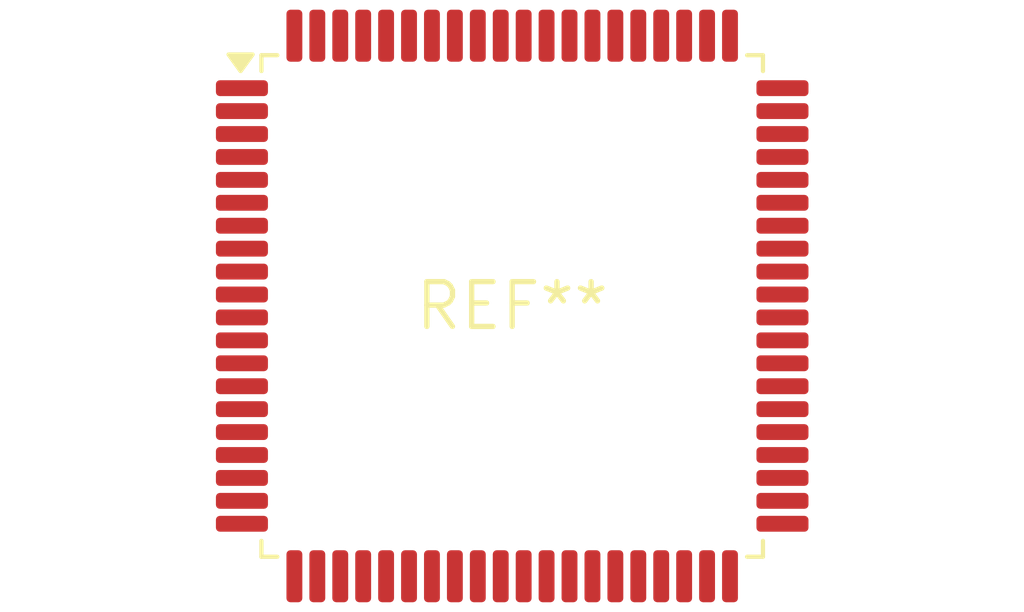
<source format=kicad_pcb>
(kicad_pcb (version 20240108) (generator pcbnew)
  (layers (0 "F.Cu" signal) (31 "B.Cu" signal) (34 "B.Paste" user) (35 "F.Paste" user) (36 "B.SilkS" user "B.Silkscreen") (37 "F.SilkS" user "F.Silkscreen") (38 "B.Mask" user) (39 "F.Mask" user) (44 "Edge.Cuts" user))
  (net 0 "")
  (footprint "VQFP-80_14x14mm_P0.65mm" (layer "F.Cu") (at 0 0)
    (property "Reference" "REF**")
    (property "Value" "VQFP-80_14x14mm_P0.65mm")
    (fp_line (start -7.11 -7.11) (end -7.11 -6.66) (layer "F.SilkS") (stroke (width 0.12)))
    (fp_line (start -7.11 7.11) (end -7.11 6.66) (layer "F.SilkS") (stroke (width 0.12)))
    (fp_line (start -6.66 -7.11) (end -7.11 -7.11) (layer "F.SilkS") (stroke (width 0.12)))
    (fp_line (start -6.66 7.11) (end -7.11 7.11) (layer "F.SilkS") (stroke (width 0.12)))
    (fp_line (start 6.66 -7.11) (end 7.11 -7.11) (layer "F.SilkS") (stroke (width 0.12)))
    (fp_line (start 6.66 7.11) (end 7.11 7.11) (layer "F.SilkS") (stroke (width 0.12)))
    (fp_line (start 7.11 -7.11) (end 7.11 -6.66) (layer "F.SilkS") (stroke (width 0.12)))
    (fp_line (start 7.11 7.11) (end 7.11 6.66) (layer "F.SilkS") (stroke (width 0.12)))
    (fp_poly (pts (xy -7.7 -6.66) (xy -8.04 -7.13) (xy -7.36 -7.13) (xy -7.7 -6.66)) (layer "F.SilkS") (stroke (width 0.12)) (fill solid))
    (pad "1" smd roundrect (at -7.6625 -6.175) (size 1.475 0.45) (layers "F.Cu" "F.Paste" "F.Mask"))
    (pad "2" smd roundrect (at -7.6625 -5.525) (size 1.475 0.45) (layers "F.Cu" "F.Paste" "F.Mask"))
    (pad "3" smd roundrect (at -7.6625 -4.875) (size 1.475 0.45) (layers "F.Cu" "F.Paste" "F.Mask"))
    (pad "4" smd roundrect (at -7.6625 -4.225) (size 1.475 0.45) (layers "F.Cu" "F.Paste" "F.Mask"))
    (pad "5" smd roundrect (at -7.6625 -3.575) (size 1.475 0.45) (layers "F.Cu" "F.Paste" "F.Mask"))
    (pad "6" smd roundrect (at -7.6625 -2.925) (size 1.475 0.45) (layers "F.Cu" "F.Paste" "F.Mask"))
    (pad "7" smd roundrect (at -7.6625 -2.275) (size 1.475 0.45) (layers "F.Cu" "F.Paste" "F.Mask"))
    (pad "8" smd roundrect (at -7.6625 -1.625) (size 1.475 0.45) (layers "F.Cu" "F.Paste" "F.Mask"))
    (pad "9" smd roundrect (at -7.6625 -0.975) (size 1.475 0.45) (layers "F.Cu" "F.Paste" "F.Mask"))
    (pad "10" smd roundrect (at -7.6625 -0.325) (size 1.475 0.45) (layers "F.Cu" "F.Paste" "F.Mask"))
    (pad "11" smd roundrect (at -7.6625 0.325) (size 1.475 0.45) (layers "F.Cu" "F.Paste" "F.Mask"))
    (pad "12" smd roundrect (at -7.6625 0.975) (size 1.475 0.45) (layers "F.Cu" "F.Paste" "F.Mask"))
    (pad "13" smd roundrect (at -7.6625 1.625) (size 1.475 0.45) (layers "F.Cu" "F.Paste" "F.Mask"))
    (pad "14" smd roundrect (at -7.6625 2.275) (size 1.475 0.45) (layers "F.Cu" "F.Paste" "F.Mask"))
    (pad "15" smd roundrect (at -7.6625 2.925) (size 1.475 0.45) (layers "F.Cu" "F.Paste" "F.Mask"))
    (pad "16" smd roundrect (at -7.6625 3.575) (size 1.475 0.45) (layers "F.Cu" "F.Paste" "F.Mask"))
    (pad "17" smd roundrect (at -7.6625 4.225) (size 1.475 0.45) (layers "F.Cu" "F.Paste" "F.Mask"))
    (pad "18" smd roundrect (at -7.6625 4.875) (size 1.475 0.45) (layers "F.Cu" "F.Paste" "F.Mask"))
    (pad "19" smd roundrect (at -7.6625 5.525) (size 1.475 0.45) (layers "F.Cu" "F.Paste" "F.Mask"))
    (pad "20" smd roundrect (at -7.6625 6.175) (size 1.475 0.45) (layers "F.Cu" "F.Paste" "F.Mask"))
    (pad "21" smd roundrect (at -6.175 7.6625) (size 0.45 1.475) (layers "F.Cu" "F.Paste" "F.Mask"))
    (pad "22" smd roundrect (at -5.525 7.6625) (size 0.45 1.475) (layers "F.Cu" "F.Paste" "F.Mask"))
    (pad "23" smd roundrect (at -4.875 7.6625) (size 0.45 1.475) (layers "F.Cu" "F.Paste" "F.Mask"))
    (pad "24" smd roundrect (at -4.225 7.6625) (size 0.45 1.475) (layers "F.Cu" "F.Paste" "F.Mask"))
    (pad "25" smd roundrect (at -3.575 7.6625) (size 0.45 1.475) (layers "F.Cu" "F.Paste" "F.Mask"))
    (pad "26" smd roundrect (at -2.925 7.6625) (size 0.45 1.475) (layers "F.Cu" "F.Paste" "F.Mask"))
    (pad "27" smd roundrect (at -2.275 7.6625) (size 0.45 1.475) (layers "F.Cu" "F.Paste" "F.Mask"))
    (pad "28" smd roundrect (at -1.625 7.6625) (size 0.45 1.475) (layers "F.Cu" "F.Paste" "F.Mask"))
    (pad "29" smd roundrect (at -0.975 7.6625) (size 0.45 1.475) (layers "F.Cu" "F.Paste" "F.Mask"))
    (pad "30" smd roundrect (at -0.325 7.6625) (size 0.45 1.475) (layers "F.Cu" "F.Paste" "F.Mask"))
    (pad "31" smd roundrect (at 0.325 7.6625) (size 0.45 1.475) (layers "F.Cu" "F.Paste" "F.Mask"))
    (pad "32" smd roundrect (at 0.975 7.6625) (size 0.45 1.475) (layers "F.Cu" "F.Paste" "F.Mask"))
    (pad "33" smd roundrect (at 1.625 7.6625) (size 0.45 1.475) (layers "F.Cu" "F.Paste" "F.Mask"))
    (pad "34" smd roundrect (at 2.275 7.6625) (size 0.45 1.475) (layers "F.Cu" "F.Paste" "F.Mask"))
    (pad "35" smd roundrect (at 2.925 7.6625) (size 0.45 1.475) (layers "F.Cu" "F.Paste" "F.Mask"))
    (pad "36" smd roundrect (at 3.575 7.6625) (size 0.45 1.475) (layers "F.Cu" "F.Paste" "F.Mask"))
    (pad "37" smd roundrect (at 4.225 7.6625) (size 0.45 1.475) (layers "F.Cu" "F.Paste" "F.Mask"))
    (pad "38" smd roundrect (at 4.875 7.6625) (size 0.45 1.475) (layers "F.Cu" "F.Paste" "F.Mask"))
    (pad "39" smd roundrect (at 5.525 7.6625) (size 0.45 1.475) (layers "F.Cu" "F.Paste" "F.Mask"))
    (pad "40" smd roundrect (at 6.175 7.6625) (size 0.45 1.475) (layers "F.Cu" "F.Paste" "F.Mask"))
    (pad "41" smd roundrect (at 7.6625 6.175) (size 1.475 0.45) (layers "F.Cu" "F.Paste" "F.Mask"))
    (pad "42" smd roundrect (at 7.6625 5.525) (size 1.475 0.45) (layers "F.Cu" "F.Paste" "F.Mask"))
    (pad "43" smd roundrect (at 7.6625 4.875) (size 1.475 0.45) (layers "F.Cu" "F.Paste" "F.Mask"))
    (pad "44" smd roundrect (at 7.6625 4.225) (size 1.475 0.45) (layers "F.Cu" "F.Paste" "F.Mask"))
    (pad "45" smd roundrect (at 7.6625 3.575) (size 1.475 0.45) (layers "F.Cu" "F.Paste" "F.Mask"))
    (pad "46" smd roundrect (at 7.6625 2.925) (size 1.475 0.45) (layers "F.Cu" "F.Paste" "F.Mask"))
    (pad "47" smd roundrect (at 7.6625 2.275) (size 1.475 0.45) (layers "F.Cu" "F.Paste" "F.Mask"))
    (pad "48" smd roundrect (at 7.6625 1.625) (size 1.475 0.45) (layers "F.Cu" "F.Paste" "F.Mask"))
    (pad "49" smd roundrect (at 7.6625 0.975) (size 1.475 0.45) (layers "F.Cu" "F.Paste" "F.Mask"))
    (pad "50" smd roundrect (at 7.6625 0.325) (size 1.475 0.45) (layers "F.Cu" "F.Paste" "F.Mask"))
    (pad "51" smd roundrect (at 7.6625 -0.325) (size 1.475 0.45) (layers "F.Cu" "F.Paste" "F.Mask"))
    (pad "52" smd roundrect (at 7.6625 -0.975) (size 1.475 0.45) (layers "F.Cu" "F.Paste" "F.Mask"))
    (pad "53" smd roundrect (at 7.6625 -1.625) (size 1.475 0.45) (layers "F.Cu" "F.Paste" "F.Mask"))
    (pad "54" smd roundrect (at 7.6625 -2.275) (size 1.475 0.45) (layers "F.Cu" "F.Paste" "F.Mask"))
    (pad "55" smd roundrect (at 7.6625 -2.925) (size 1.475 0.45) (layers "F.Cu" "F.Paste" "F.Mask"))
    (pad "56" smd roundrect (at 7.6625 -3.575) (size 1.475 0.45) (layers "F.Cu" "F.Paste" "F.Mask"))
    (pad "57" smd roundrect (at 7.6625 -4.225) (size 1.475 0.45) (layers "F.Cu" "F.Paste" "F.Mask"))
    (pad "58" smd roundrect (at 7.6625 -4.875) (size 1.475 0.45) (layers "F.Cu" "F.Paste" "F.Mask"))
    (pad "59" smd roundrect (at 7.6625 -5.525) (size 1.475 0.45) (layers "F.Cu" "F.Paste" "F.Mask"))
    (pad "60" smd roundrect (at 7.6625 -6.175) (size 1.475 0.45) (layers "F.Cu" "F.Paste" "F.Mask"))
    (pad "61" smd roundrect (at 6.175 -7.6625) (size 0.45 1.475) (layers "F.Cu" "F.Paste" "F.Mask"))
    (pad "62" smd roundrect (at 5.525 -7.6625) (size 0.45 1.475) (layers "F.Cu" "F.Paste" "F.Mask"))
    (pad "63" smd roundrect (at 4.875 -7.6625) (size 0.45 1.475) (layers "F.Cu" "F.Paste" "F.Mask"))
    (pad "64" smd roundrect (at 4.225 -7.6625) (size 0.45 1.475) (layers "F.Cu" "F.Paste" "F.Mask"))
    (pad "65" smd roundrect (at 3.575 -7.6625) (size 0.45 1.475) (layers "F.Cu" "F.Paste" "F.Mask"))
    (pad "66" smd roundrect (at 2.925 -7.6625) (size 0.45 1.475) (layers "F.Cu" "F.Paste" "F.Mask"))
    (pad "67" smd roundrect (at 2.275 -7.6625) (size 0.45 1.475) (layers "F.Cu" "F.Paste" "F.Mask"))
    (pad "68" smd roundrect (at 1.625 -7.6625) (size 0.45 1.475) (layers "F.Cu" "F.Paste" "F.Mask"))
    (pad "69" smd roundrect (at 0.975 -7.6625) (size 0.45 1.475) (layers "F.Cu" "F.Paste" "F.Mask"))
    (pad "70" smd roundrect (at 0.325 -7.6625) (size 0.45 1.475) (layers "F.Cu" "F.Paste" "F.Mask"))
    (pad "71" smd roundrect (at -0.325 -7.6625) (size 0.45 1.475) (layers "F.Cu" "F.Paste" "F.Mask"))
    (pad "72" smd roundrect (at -0.975 -7.6625) (size 0.45 1.475) (layers "F.Cu" "F.Paste" "F.Mask"))
    (pad "73" smd roundrect (at -1.625 -7.6625) (size 0.45 1.475) (layers "F.Cu" "F.Paste" "F.Mask"))
    (pad "74" smd roundrect (at -2.275 -7.6625) (size 0.45 1.475) (layers "F.Cu" "F.Paste" "F.Mask"))
    (pad "75" smd roundrect (at -2.925 -7.6625) (size 0.45 1.475) (layers "F.Cu" "F.Paste" "F.Mask"))
    (pad "76" smd roundrect (at -3.575 -7.6625) (size 0.45 1.475) (layers "F.Cu" "F.Paste" "F.Mask"))
    (pad "77" smd roundrect (at -4.225 -7.6625) (size 0.45 1.475) (layers "F.Cu" "F.Paste" "F.Mask"))
    (pad "78" smd roundrect (at -4.875 -7.6625) (size 0.45 1.475) (layers "F.Cu" "F.Paste" "F.Mask"))
    (pad "79" smd roundrect (at -5.525 -7.6625) (size 0.45 1.475) (layers "F.Cu" "F.Paste" "F.Mask"))
    (pad "80" smd roundrect (at -6.175 -7.6625) (size 0.45 1.475) (layers "F.Cu" "F.Paste" "F.Mask"))
  )
)
</source>
